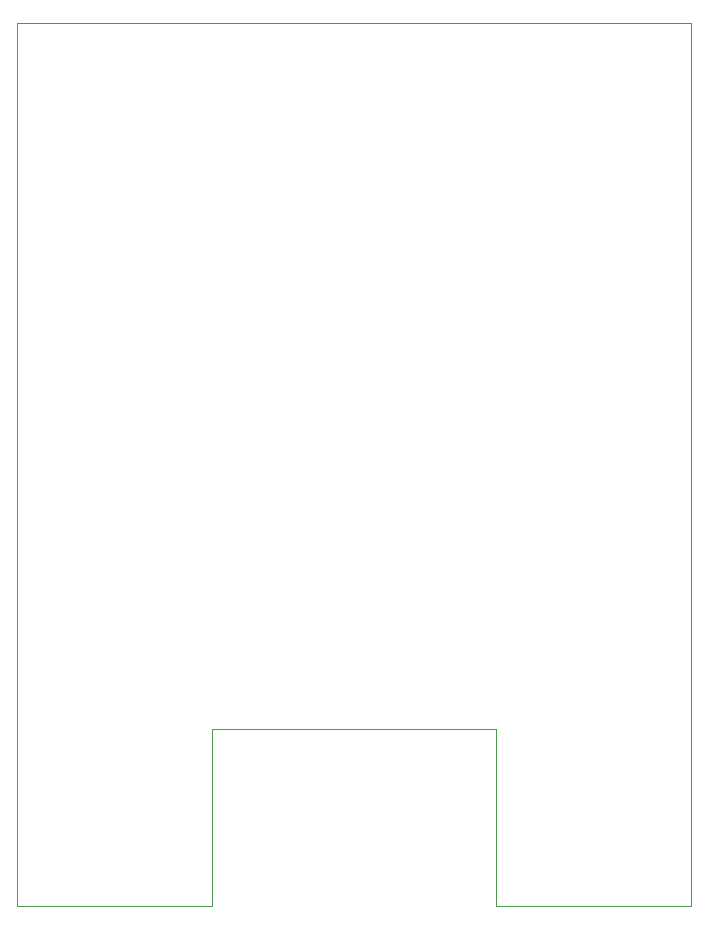
<source format=gm1>
G04 #@! TF.GenerationSoftware,KiCad,Pcbnew,(6.0.4)*
G04 #@! TF.CreationDate,2022-04-21T02:31:35-04:00*
G04 #@! TF.ProjectId,malice-striker-v2-2,6d616c69-6365-42d7-9374-72696b65722d,rev?*
G04 #@! TF.SameCoordinates,Original*
G04 #@! TF.FileFunction,Profile,NP*
%FSLAX46Y46*%
G04 Gerber Fmt 4.6, Leading zero omitted, Abs format (unit mm)*
G04 Created by KiCad (PCBNEW (6.0.4)) date 2022-04-21 02:31:35*
%MOMM*%
%LPD*%
G01*
G04 APERTURE LIST*
G04 #@! TA.AperFunction,Profile*
%ADD10C,0.100000*%
G04 #@! TD*
G04 APERTURE END LIST*
D10*
X58500000Y-94000000D02*
X34500000Y-94000000D01*
X18000000Y-109000000D02*
X18000000Y-34200000D01*
X75000000Y-34200000D02*
X75000000Y-109000000D01*
X18000000Y-34200000D02*
X75000000Y-34200000D01*
X18000000Y-109000000D02*
X34500000Y-109000000D01*
X34500000Y-109000000D02*
X34500000Y-94000000D01*
X58500000Y-109000000D02*
X58500000Y-94000000D01*
X75000000Y-109000000D02*
X58500000Y-109000000D01*
M02*

</source>
